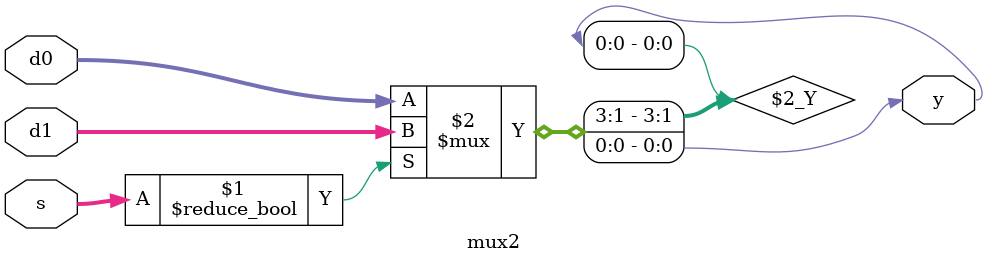
<source format=sv>
module mux2 (
	input logic[3:0] d1, d0,
	input logic[3:0] s,
	output logic y
);

assign y = s ? d1 : d0;
	
endmodule

</source>
